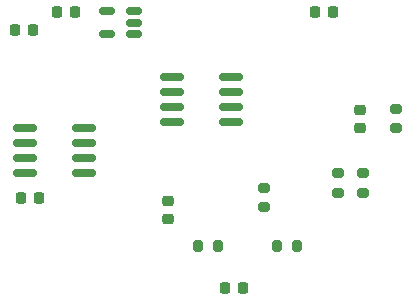
<source format=gbr>
%TF.GenerationSoftware,KiCad,Pcbnew,(6.0.4-0)*%
%TF.CreationDate,2023-05-17T14:52:11-05:00*%
%TF.ProjectId,voltage_sense,766f6c74-6167-4655-9f73-656e73652e6b,rev?*%
%TF.SameCoordinates,Original*%
%TF.FileFunction,Paste,Bot*%
%TF.FilePolarity,Positive*%
%FSLAX46Y46*%
G04 Gerber Fmt 4.6, Leading zero omitted, Abs format (unit mm)*
G04 Created by KiCad (PCBNEW (6.0.4-0)) date 2023-05-17 14:52:11*
%MOMM*%
%LPD*%
G01*
G04 APERTURE LIST*
G04 Aperture macros list*
%AMRoundRect*
0 Rectangle with rounded corners*
0 $1 Rounding radius*
0 $2 $3 $4 $5 $6 $7 $8 $9 X,Y pos of 4 corners*
0 Add a 4 corners polygon primitive as box body*
4,1,4,$2,$3,$4,$5,$6,$7,$8,$9,$2,$3,0*
0 Add four circle primitives for the rounded corners*
1,1,$1+$1,$2,$3*
1,1,$1+$1,$4,$5*
1,1,$1+$1,$6,$7*
1,1,$1+$1,$8,$9*
0 Add four rect primitives between the rounded corners*
20,1,$1+$1,$2,$3,$4,$5,0*
20,1,$1+$1,$4,$5,$6,$7,0*
20,1,$1+$1,$6,$7,$8,$9,0*
20,1,$1+$1,$8,$9,$2,$3,0*%
G04 Aperture macros list end*
%ADD10RoundRect,0.150000X0.512500X0.150000X-0.512500X0.150000X-0.512500X-0.150000X0.512500X-0.150000X0*%
%ADD11RoundRect,0.225000X0.225000X0.250000X-0.225000X0.250000X-0.225000X-0.250000X0.225000X-0.250000X0*%
%ADD12RoundRect,0.150000X0.825000X0.150000X-0.825000X0.150000X-0.825000X-0.150000X0.825000X-0.150000X0*%
%ADD13RoundRect,0.225000X-0.225000X-0.250000X0.225000X-0.250000X0.225000X0.250000X-0.225000X0.250000X0*%
%ADD14RoundRect,0.200000X-0.200000X-0.275000X0.200000X-0.275000X0.200000X0.275000X-0.200000X0.275000X0*%
%ADD15RoundRect,0.200000X0.275000X-0.200000X0.275000X0.200000X-0.275000X0.200000X-0.275000X-0.200000X0*%
%ADD16RoundRect,0.200000X-0.275000X0.200000X-0.275000X-0.200000X0.275000X-0.200000X0.275000X0.200000X0*%
%ADD17RoundRect,0.225000X0.250000X-0.225000X0.250000X0.225000X-0.250000X0.225000X-0.250000X-0.225000X0*%
%ADD18RoundRect,0.200000X0.200000X0.275000X-0.200000X0.275000X-0.200000X-0.275000X0.200000X-0.275000X0*%
G04 APERTURE END LIST*
D10*
%TO.C,U9*%
X11297500Y26794500D03*
X11297500Y25844500D03*
X11297500Y24894500D03*
X9022500Y24894500D03*
X9022500Y26794500D03*
%TD*%
D11*
%TO.C,C2*%
X2807000Y25209500D03*
X1257000Y25209500D03*
%TD*%
D12*
%TO.C,U6*%
X7047000Y16954500D03*
X7047000Y15684500D03*
X7047000Y14414500D03*
X7047000Y13144500D03*
X2097000Y13144500D03*
X2097000Y14414500D03*
X2097000Y15684500D03*
X2097000Y16954500D03*
%TD*%
D13*
%TO.C,C39*%
X1765000Y10985500D03*
X3315000Y10985500D03*
%TD*%
D14*
%TO.C,R3*%
X16764000Y6921500D03*
X18414000Y6921500D03*
%TD*%
D15*
%TO.C,R14*%
X30734000Y11430500D03*
X30734000Y13080500D03*
%TD*%
D16*
%TO.C,R9*%
X22352000Y11861300D03*
X22352000Y10211300D03*
%TD*%
D17*
%TO.C,C9*%
X30480000Y16941500D03*
X30480000Y18491500D03*
%TD*%
D11*
%TO.C,C13*%
X20587000Y3365500D03*
X19037000Y3365500D03*
%TD*%
D18*
%TO.C,R7*%
X25082000Y6921500D03*
X23432000Y6921500D03*
%TD*%
D16*
%TO.C,R8*%
X33528000Y18541500D03*
X33528000Y16891500D03*
%TD*%
D12*
%TO.C,U5*%
X19493000Y21272500D03*
X19493000Y20002500D03*
X19493000Y18732500D03*
X19493000Y17462500D03*
X14543000Y17462500D03*
X14543000Y18732500D03*
X14543000Y20002500D03*
X14543000Y21272500D03*
%TD*%
D15*
%TO.C,R5*%
X28575000Y11430500D03*
X28575000Y13080500D03*
%TD*%
D13*
%TO.C,C4*%
X4813000Y26733500D03*
X6363000Y26733500D03*
%TD*%
D17*
%TO.C,C3*%
X14224000Y9194500D03*
X14224000Y10744500D03*
%TD*%
D11*
%TO.C,C47*%
X28207000Y26733500D03*
X26657000Y26733500D03*
%TD*%
M02*

</source>
